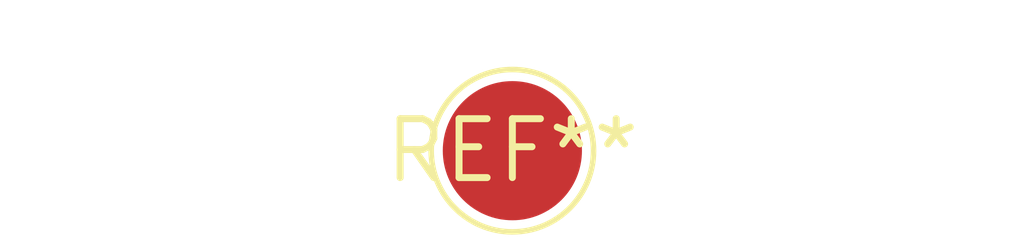
<source format=kicad_pcb>
(kicad_pcb (version 20240108) (generator pcbnew)
  (layers (0 "F.Cu" signal) (31 "B.Cu" signal) (34 "B.Paste" user) (35 "F.Paste" user) (36 "B.SilkS" user "B.Silkscreen") (37 "F.SilkS" user "F.Silkscreen") (38 "B.Mask" user) (39 "F.Mask" user) (44 "Edge.Cuts" user))
  (net 0 "")
  (footprint "TestPoint_Pad_D3.0mm" (layer "F.Cu") (at 0 0)
    (property "Reference" "REF**")
    (property "Value" "TestPoint_Pad_D3.0mm")
    (fp_circle (center 0 0) (end 0 1.75) (layer "F.SilkS") (stroke (width 0.12)) (fill none))
    (pad "1" smd circle (at 0 0) (size 3 3) (layers "F.Cu" "F.Mask"))
  )
)
</source>
